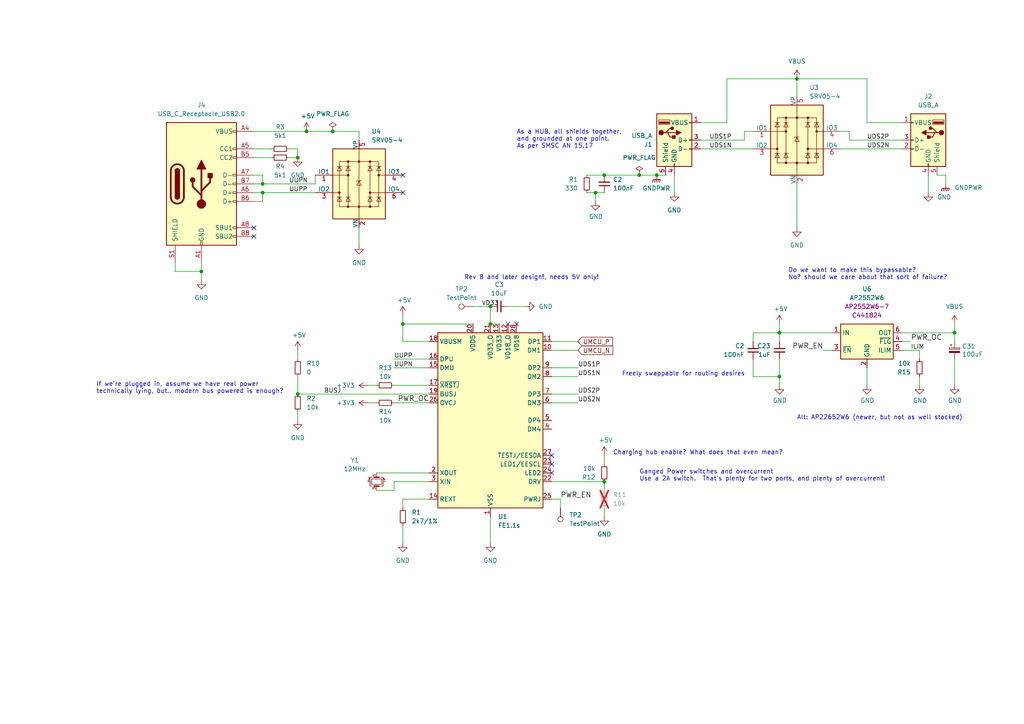
<source format=kicad_sch>
(kicad_sch (version 20230121) (generator eeschema)
  (paper "A4")
  (lib_symbols
    (symbol "Connector:TestPoint" (pin_numbers hide) (pin_names (offset 0.762) hide)
      (property "Reference" "TP" (at 0 6.858 0))
      (property "Value" "TestPoint" (at 0 5.08 0))
      (symbol "TestPoint_0_1"
        (circle (center 0 3.302) (radius 0.762))
      )
      (symbol "TestPoint_1_1"
        (pin passive line (at 0 0 90) (length 2.54) (name "1") (number "1"))
      )
    )
    (symbol "Connector:USB_A" (pin_names (offset 1.016))
      (property "Reference" "J" (at -5.08 11.43 0))
      (property "Value" "USB_A" (at -5.08 8.89 0))
      (symbol "USB_A_0_1"
        (rectangle (start -5.08 -7.62) (end 5.08 7.62) (stroke (width 0.254)) (fill (type background)))
        (circle (center -3.81 2.159) (radius 0.635) (stroke (width 0.254)) (fill (type outline)))
        (rectangle (start -1.524 4.826) (end -4.318 5.334) (fill (type outline)))
        (rectangle (start -1.27 4.572) (end -4.572 5.842))
        (circle (center -0.635 3.429) (radius 0.381) (stroke (width 0.254)) (fill (type outline)))
        (rectangle (start -0.127 -7.62) (end 0.127 -6.858))
        (polyline (pts (xy -3.175 2.159) (xy -2.54 2.159) (xy -1.27 3.429) (xy -0.635 3.429)) (stroke (width 0.254)))
        (polyline (pts (xy -2.54 2.159) (xy -1.905 2.159) (xy -1.27 0.889) (xy 0 0.889)) (stroke (width 0.254)))
        (polyline (pts (xy 0.635 2.794) (xy 0.635 1.524) (xy 1.905 2.159) (xy 0.635 2.794)) (stroke (width 0.254)) (fill (type outline)))
        (rectangle (start 0.254 1.27) (end -0.508 0.508) (stroke (width 0.254)) (fill (type outline)))
        (rectangle (start 5.08 -2.667) (end 4.318 -2.413))
        (rectangle (start 5.08 -0.127) (end 4.318 0.127))
        (rectangle (start 5.08 4.953) (end 4.318 5.207))
      )
      (symbol "USB_A_1_1"
        (polyline (pts (xy -1.905 2.159) (xy 0.635 2.159)) (stroke (width 0.254)))
        (pin power_in line (at 7.62 5.08 180) (length 2.54) (name "VBUS") (number "1"))
        (pin bidirectional line (at 7.62 -2.54 180) (length 2.54) (name "D-") (number "2"))
        (pin bidirectional line (at 7.62 0 180) (length 2.54) (name "D+") (number "3"))
        (pin power_in line (at 0 -10.16 90) (length 2.54) (name "GND") (number "4"))
        (pin passive line (at -2.54 -10.16 90) (length 2.54) (name "Shield") (number "5"))
      )
    )
    (symbol "Connector:USB_C_Receptacle_USB2.0" (pin_names (offset 1.016))
      (property "Reference" "J" (at -10.16 19.05 0))
      (property "Value" "USB_C_Receptacle_USB2.0" (at 19.05 19.05 0))
      (symbol "USB_C_Receptacle_USB2.0_0_0"
        (rectangle (start -0.254 -17.78) (end 0.254 -16.764))
        (rectangle (start 10.16 -14.986) (end 9.144 -15.494))
        (rectangle (start 10.16 -12.446) (end 9.144 -12.954))
        (rectangle (start 10.16 -4.826) (end 9.144 -5.334))
        (rectangle (start 10.16 -2.286) (end 9.144 -2.794))
        (rectangle (start 10.16 0.254) (end 9.144 -0.254))
        (rectangle (start 10.16 2.794) (end 9.144 2.286))
        (rectangle (start 10.16 7.874) (end 9.144 7.366))
        (rectangle (start 10.16 10.414) (end 9.144 9.906))
        (rectangle (start 10.16 15.494) (end 9.144 14.986))
      )
      (symbol "USB_C_Receptacle_USB2.0_0_1"
        (rectangle (start -10.16 17.78) (end 10.16 -17.78) (stroke (width 0.254)) (fill (type background)))
        (arc (start -8.89 -3.81) (mid -6.985 -5.7067) (end -5.08 -3.81) (stroke (width 0.508)))
        (arc (start -7.62 -3.81) (mid -6.985 -4.4423) (end -6.35 -3.81) (stroke (width 0.254)))
        (arc (start -7.62 -3.81) (mid -6.985 -4.4423) (end -6.35 -3.81) (stroke (width 0.254)) (fill (type outline)))
        (rectangle (start -7.62 -3.81) (end -6.35 3.81) (stroke (width 0.254)) (fill (type outline)))
        (arc (start -6.35 3.81) (mid -6.985 4.4423) (end -7.62 3.81) (stroke (width 0.254)))
        (arc (start -6.35 3.81) (mid -6.985 4.4423) (end -7.62 3.81) (stroke (width 0.254)) (fill (type outline)))
        (arc (start -5.08 3.81) (mid -6.985 5.7067) (end -8.89 3.81) (stroke (width 0.508)))
        (circle (center -2.54 1.143) (radius 0.635) (stroke (width 0.254)) (fill (type outline)))
        (circle (center 0 -5.842) (radius 1.27) (fill (type outline)))
        (polyline (pts (xy -8.89 -3.81) (xy -8.89 3.81)) (stroke (width 0.508)))
        (polyline (pts (xy -5.08 3.81) (xy -5.08 -3.81)) (stroke (width 0.508)))
        (polyline (pts (xy 0 -5.842) (xy 0 4.318)) (stroke (width 0.508)))
        (polyline (pts (xy 0 -3.302) (xy -2.54 -0.762) (xy -2.54 0.508)) (stroke (width 0.508)))
        (polyline (pts (xy 0 -2.032) (xy 2.54 0.508) (xy 2.54 1.778)) (stroke (width 0.508)))
        (polyline (pts (xy -1.27 4.318) (xy 0 6.858) (xy 1.27 4.318) (xy -1.27 4.318)) (stroke (width 0.254)) (fill (type outline)))
        (rectangle (start 1.905 1.778) (end 3.175 3.048) (stroke (width 0.254)) (fill (type outline)))
      )
      (symbol "USB_C_Receptacle_USB2.0_1_1"
        (pin passive line (at 0 -22.86 90) (length 5.08) (name "GND") (number "A1"))
        (pin passive line (at 0 -22.86 90) (length 5.08) hide (name "GND") (number "A12"))
        (pin passive line (at 15.24 15.24 180) (length 5.08) (name "VBUS") (number "A4"))
        (pin bidirectional line (at 15.24 10.16 180) (length 5.08) (name "CC1") (number "A5"))
        (pin bidirectional line (at 15.24 -2.54 180) (length 5.08) (name "D+") (number "A6"))
        (pin bidirectional line (at 15.24 2.54 180) (length 5.08) (name "D-") (number "A7"))
        (pin bidirectional line (at 15.24 -12.7 180) (length 5.08) (name "SBU1") (number "A8"))
        (pin passive line (at 15.24 15.24 180) (length 5.08) hide (name "VBUS") (number "A9"))
        (pin passive line (at 0 -22.86 90) (length 5.08) hide (name "GND") (number "B1"))
        (pin passive line (at 0 -22.86 90) (length 5.08) hide (name "GND") (number "B12"))
        (pin passive line (at 15.24 15.24 180) (length 5.08) hide (name "VBUS") (number "B4"))
        (pin bidirectional line (at 15.24 7.62 180) (length 5.08) (name "CC2") (number "B5"))
        (pin bidirectional line (at 15.24 -5.08 180) (length 5.08) (name "D+") (number "B6"))
        (pin bidirectional line (at 15.24 0 180) (length 5.08) (name "D-") (number "B7"))
        (pin bidirectional line (at 15.24 -15.24 180) (length 5.08) (name "SBU2") (number "B8"))
        (pin passive line (at 15.24 15.24 180) (length 5.08) hide (name "VBUS") (number "B9"))
        (pin passive line (at -7.62 -22.86 90) (length 5.08) (name "SHIELD") (number "S1"))
      )
    )
    (symbol "Device:C_Polarized_Small" (pin_numbers hide) (pin_names (offset 0.254) hide)
      (property "Reference" "C" (at 0.254 1.778 0))
      (property "Value" "C_Polarized_Small" (at 0.254 -2.032 0))
      (symbol "C_Polarized_Small_0_1"
        (rectangle (start -1.524 -0.3048) (end 1.524 -0.6858) (fill (type outline)))
        (rectangle (start -1.524 0.6858) (end 1.524 0.3048))
        (polyline (pts (xy -1.27 1.524) (xy -0.762 1.524)))
        (polyline (pts (xy -1.016 1.27) (xy -1.016 1.778)))
      )
      (symbol "C_Polarized_Small_1_1"
        (pin passive line (at 0 2.54 270) (length 1.8542) (name "~") (number "1"))
        (pin passive line (at 0 -2.54 90) (length 1.8542) (name "~") (number "2"))
      )
    )
    (symbol "Device:C_Small" (pin_numbers hide) (pin_names (offset 0.254) hide)
      (property "Reference" "C" (at 0.254 1.778 0))
      (property "Value" "C_Small" (at 0.254 -2.032 0))
      (symbol "C_Small_0_1"
        (polyline (pts (xy -1.524 -0.508) (xy 1.524 -0.508)) (stroke (width 0.3302)))
        (polyline (pts (xy -1.524 0.508) (xy 1.524 0.508)) (stroke (width 0.3048)))
      )
      (symbol "C_Small_1_1"
        (pin passive line (at 0 2.54 270) (length 2.032) (name "~") (number "1"))
        (pin passive line (at 0 -2.54 90) (length 2.032) (name "~") (number "2"))
      )
    )
    (symbol "Device:Crystal_GND24_Small" (pin_names (offset 1.016) hide)
      (property "Reference" "Y" (at 1.27 4.445 0))
      (property "Value" "Crystal_GND24_Small" (at 1.27 2.54 0))
      (symbol "Crystal_GND24_Small_0_1"
        (rectangle (start -0.762 -1.524) (end 0.762 1.524))
        (polyline (pts (xy -1.27 -0.762) (xy -1.27 0.762)) (stroke (width 0.381)))
        (polyline (pts (xy 1.27 -0.762) (xy 1.27 0.762)) (stroke (width 0.381)))
        (polyline (pts (xy -1.27 -1.27) (xy -1.27 -1.905) (xy 1.27 -1.905) (xy 1.27 -1.27)))
        (polyline (pts (xy -1.27 1.27) (xy -1.27 1.905) (xy 1.27 1.905) (xy 1.27 1.27)))
      )
      (symbol "Crystal_GND24_Small_1_1"
        (pin passive line (at -2.54 0 0) (length 1.27) (name "1") (number "1"))
        (pin passive line (at 0 -2.54 90) (length 0.635) (name "2") (number "2"))
        (pin passive line (at 2.54 0 180) (length 1.27) (name "3") (number "3"))
        (pin passive line (at 0 2.54 270) (length 0.635) (name "4") (number "4"))
      )
    )
    (symbol "Device:R_Small" (pin_numbers hide) (pin_names (offset 0.254) hide)
      (property "Reference" "R" (at 0.762 0.508 0))
      (property "Value" "R_Small" (at 0.762 -1.016 0))
      (symbol "R_Small_0_1"
        (rectangle (start -0.762 1.778) (end 0.762 -1.778) (stroke (width 0.2032)))
      )
      (symbol "R_Small_1_1"
        (pin passive line (at 0 2.54 270) (length 0.762) (name "~") (number "1"))
        (pin passive line (at 0 -2.54 90) (length 0.762) (name "~") (number "2"))
      )
    )
    (symbol "Interface_USB:FE1.1s"
      (property "Reference" "U" (at -11.43 26.67 0))
      (property "Value" "FE1.1s" (at 12.7 27.94 0))
      (symbol "FE1.1s_0_1"
        (rectangle (start -15.24 25.4) (end 15.24 -25.4) (stroke (width 0.254)) (fill (type background)))
      )
      (symbol "FE1.1s_1_1"
        (pin power_in line (at 0 -27.94 90) (length 2.54) (name "VSS") (number "1"))
        (pin bidirectional line (at 17.78 20.32 180) (length 2.54) (name "DM1") (number "10"))
        (pin bidirectional line (at 17.78 22.86 180) (length 2.54) (name "DP1") (number "11"))
        (pin power_out line (at 5.08 27.94 270) (length 2.54) (name "VD18_O") (number "12"))
        (pin power_in line (at 2.54 27.94 270) (length 2.54) (name "VD33") (number "13"))
        (pin passive line (at -17.78 -22.86 0) (length 2.54) (name "REXT") (number "14"))
        (pin bidirectional line (at -17.78 15.24 0) (length 2.54) (name "DMU") (number "15"))
        (pin bidirectional line (at -17.78 17.78 0) (length 2.54) (name "DPU") (number "16"))
        (pin input line (at -17.78 10.16 0) (length 2.54) (name "~{XRSTJ}") (number "17"))
        (pin input line (at -17.78 22.86 0) (length 2.54) (name "VBUSM") (number "18"))
        (pin input line (at -17.78 7.62 0) (length 2.54) (name "BUSJ") (number "19"))
        (pin output line (at -17.78 -15.24 0) (length 2.54) (name "XOUT") (number "2"))
        (pin power_in line (at -5.08 27.94 270) (length 2.54) (name "VDD5") (number "20"))
        (pin power_out line (at 0 27.94 270) (length 2.54) (name "VD33_O") (number "21"))
        (pin bidirectional line (at 17.78 -17.78 180) (length 2.54) (name "DRV") (number "22"))
        (pin bidirectional line (at 17.78 -12.7 180) (length 2.54) (name "LED1/EESCL") (number "23"))
        (pin bidirectional line (at 17.78 -15.24 180) (length 2.54) (name "LED2") (number "24"))
        (pin output line (at 17.78 -22.86 180) (length 2.54) (name "PWRJ") (number "25"))
        (pin input line (at -17.78 5.08 0) (length 2.54) (name "OVCJ") (number "26"))
        (pin bidirectional line (at 17.78 -10.16 180) (length 2.54) (name "TESTJ/EESDA") (number "27"))
        (pin power_in line (at 7.62 27.94 270) (length 2.54) (name "VD18") (number "28"))
        (pin input line (at -17.78 -17.78 0) (length 2.54) (name "XIN") (number "3"))
        (pin bidirectional line (at 17.78 -2.54 180) (length 2.54) (name "DM4") (number "4"))
        (pin bidirectional line (at 17.78 0 180) (length 2.54) (name "DP4") (number "5"))
        (pin bidirectional line (at 17.78 5.08 180) (length 2.54) (name "DM3") (number "6"))
        (pin bidirectional line (at 17.78 7.62 180) (length 2.54) (name "DP3") (number "7"))
        (pin bidirectional line (at 17.78 12.7 180) (length 2.54) (name "DM2") (number "8"))
        (pin bidirectional line (at 17.78 15.24 180) (length 2.54) (name "DP2") (number "9"))
      )
    )
    (symbol "Power_Protection:SRV05-4" (pin_names (offset 0))
      (property "Reference" "U" (at -5.08 11.43 0))
      (property "Value" "SRV05-4" (at 2.54 11.43 0))
      (symbol "SRV05-4_0_0"
        (rectangle (start -5.715 6.477) (end 5.715 -6.604))
        (polyline (pts (xy -3.175 -6.604) (xy -3.175 6.477)))
        (polyline (pts (xy 3.175 6.477) (xy 3.175 -6.604)))
      )
      (symbol "SRV05-4_0_1"
        (rectangle (start -7.62 10.16) (end 7.62 -10.16) (stroke (width 0.254)) (fill (type background)))
        (circle (center -5.715 -2.54) (radius 0.2794) (fill (type outline)))
        (circle (center -3.175 -6.604) (radius 0.2794) (fill (type outline)))
        (circle (center -3.175 2.54) (radius 0.2794) (fill (type outline)))
        (circle (center -3.175 6.477) (radius 0.2794) (fill (type outline)))
        (circle (center 0 -6.604) (radius 0.2794) (fill (type outline)))
        (polyline (pts (xy -7.747 2.54) (xy -3.175 2.54)))
        (polyline (pts (xy -7.62 -2.54) (xy -5.715 -2.54)))
        (polyline (pts (xy -5.08 -3.81) (xy -6.35 -3.81)))
        (polyline (pts (xy -5.08 5.08) (xy -6.35 5.08)))
        (polyline (pts (xy -2.54 -3.81) (xy -3.81 -3.81)))
        (polyline (pts (xy -2.54 5.08) (xy -3.81 5.08)))
        (polyline (pts (xy 0 10.16) (xy 0 -10.16)))
        (polyline (pts (xy 3.81 -3.81) (xy 2.54 -3.81)))
        (polyline (pts (xy 3.81 5.08) (xy 2.54 5.08)))
        (polyline (pts (xy 6.35 -3.81) (xy 5.08 -3.81)))
        (polyline (pts (xy 6.35 5.08) (xy 5.08 5.08)))
        (polyline (pts (xy 7.62 -2.54) (xy 3.175 -2.54)))
        (polyline (pts (xy 7.62 2.54) (xy 5.715 2.54)))
        (polyline (pts (xy 0.635 0.889) (xy -0.635 0.889) (xy -0.635 0.635)))
        (polyline (pts (xy -5.08 -5.08) (xy -6.35 -5.08) (xy -5.715 -3.81) (xy -5.08 -5.08)))
        (polyline (pts (xy -5.08 3.81) (xy -6.35 3.81) (xy -5.715 5.08) (xy -5.08 3.81)))
        (polyline (pts (xy -2.54 -5.08) (xy -3.81 -5.08) (xy -3.175 -3.81) (xy -2.54 -5.08)))
        (polyline (pts (xy -2.54 3.81) (xy -3.81 3.81) (xy -3.175 5.08) (xy -2.54 3.81)))
        (polyline (pts (xy 0.635 -0.381) (xy -0.635 -0.381) (xy 0 0.889) (xy 0.635 -0.381)))
        (polyline (pts (xy 3.81 -5.08) (xy 2.54 -5.08) (xy 3.175 -3.81) (xy 3.81 -5.08)))
        (polyline (pts (xy 3.81 3.81) (xy 2.54 3.81) (xy 3.175 5.08) (xy 3.81 3.81)))
        (polyline (pts (xy 6.35 -5.08) (xy 5.08 -5.08) (xy 5.715 -3.81) (xy 6.35 -5.08)))
        (polyline (pts (xy 6.35 3.81) (xy 5.08 3.81) (xy 5.715 5.08) (xy 6.35 3.81)))
        (circle (center 0 6.477) (radius 0.2794) (fill (type outline)))
        (circle (center 3.175 -6.604) (radius 0.2794) (fill (type outline)))
        (circle (center 3.175 -2.54) (radius 0.2794) (fill (type outline)))
        (circle (center 3.175 6.477) (radius 0.2794) (fill (type outline)))
        (circle (center 5.715 2.54) (radius 0.2794) (fill (type outline)))
      )
      (symbol "SRV05-4_1_1"
        (pin passive line (at -12.7 2.54 0) (length 5.08) (name "IO1") (number "1"))
        (pin passive line (at 0 -12.7 90) (length 2.54) (name "VN") (number "2"))
        (pin passive line (at -12.7 -2.54 0) (length 5.08) (name "IO2") (number "3"))
        (pin passive line (at 12.7 2.54 180) (length 5.08) (name "IO3") (number "4"))
        (pin passive line (at 0 12.7 270) (length 2.54) (name "VP") (number "5"))
        (pin passive line (at 12.7 -2.54 180) (length 5.08) (name "IO4") (number "6"))
      )
    )
    (symbol "karl-parts:AP2552W6"
      (property "Reference" "U" (at -7.62 -6.35 0))
      (property "Value" "AP2552W6" (at -7.62 6.35 0))
      (property "MPN" "AP2552W6-7" (at 0 0 0))
      (property "lcsc#" "C441824" (at 0 0 0))
      (symbol "AP2552W6_0_1"
        (rectangle (start -7.62 5.08) (end 7.62 -5.08) (stroke (width 0.254)) (fill (type background)))
      )
      (symbol "AP2552W6_1_0"
        (pin input line (at 10.16 -2.54 180) (length 2.54) (name "ILIM") (number "5"))
      )
      (symbol "AP2552W6_1_1"
        (pin power_in line (at -10.16 2.54 0) (length 2.54) (name "IN") (number "1"))
        (pin power_in line (at 0 -7.62 90) (length 2.54) (name "GND") (number "2"))
        (pin input line (at -10.16 -2.54 0) (length 2.54) (name "~{EN}") (number "3"))
        (pin open_collector line (at 10.16 0 180) (length 2.54) (name "~{FLG}") (number "4"))
        (pin power_out line (at 10.16 2.54 180) (length 2.54) (name "OUT") (number "6"))
      )
    )
    (symbol "power:+3V3" (power) (pin_names (offset 0))
      (property "Value" "+3V3" (at 0 3.556 0))
      (symbol "+3V3_0_1"
        (polyline (pts (xy -0.762 1.27) (xy 0 2.54)))
        (polyline (pts (xy 0 0) (xy 0 2.54)))
        (polyline (pts (xy 0 2.54) (xy 0.762 1.27)))
      )
      (symbol "+3V3_1_1"
        (pin power_in line (at 0 0 90) (length 0) hide (name "+3V3") (number "1"))
      )
    )
    (symbol "power:+5V" (power) (pin_names (offset 0))
      (property "Value" "+5V" (at 0 3.556 0))
      (symbol "+5V_0_1"
        (polyline (pts (xy -0.762 1.27) (xy 0 2.54)))
        (polyline (pts (xy 0 0) (xy 0 2.54)))
        (polyline (pts (xy 0 2.54) (xy 0.762 1.27)))
      )
      (symbol "+5V_1_1"
        (pin power_in line (at 0 0 90) (length 0) hide (name "+5V") (number "1"))
      )
    )
    (symbol "power:GND" (power) (pin_names (offset 0))
      (property "Value" "GND" (at 0 -3.81 0))
      (symbol "GND_0_1"
        (polyline (pts (xy 0 0) (xy 0 -1.27) (xy 1.27 -1.27) (xy 0 -2.54) (xy -1.27 -1.27) (xy 0 -1.27)))
      )
      (symbol "GND_1_1"
        (pin power_in line (at 0 0 270) (length 0) hide (name "GND") (number "1"))
      )
    )
    (symbol "power:GNDPWR" (power) (pin_names (offset 0))
      (property "Value" "GNDPWR" (at 0 -3.302 0))
      (symbol "GNDPWR_0_1"
        (polyline (pts (xy 0 -1.27) (xy 0 0)))
        (polyline (pts (xy -1.016 -1.27) (xy -1.27 -2.032) (xy -1.27 -2.032)) (stroke (width 0.2032)))
        (polyline (pts (xy -0.508 -1.27) (xy -0.762 -2.032) (xy -0.762 -2.032)) (stroke (width 0.2032)))
        (polyline (pts (xy 0 -1.27) (xy -0.254 -2.032) (xy -0.254 -2.032)) (stroke (width 0.2032)))
        (polyline (pts (xy 0.508 -1.27) (xy 0.254 -2.032) (xy 0.254 -2.032)) (stroke (width 0.2032)))
        (polyline (pts (xy 1.016 -1.27) (xy -1.016 -1.27) (xy -1.016 -1.27)) (stroke (width 0.2032)))
        (polyline (pts (xy 1.016 -1.27) (xy 0.762 -2.032) (xy 0.762 -2.032) (xy 0.762 -2.032)) (stroke (width 0.2032)))
      )
      (symbol "GNDPWR_1_1"
        (pin power_in line (at 0 0 270) (length 0) hide (name "GNDPWR") (number "1"))
      )
    )
    (symbol "power:PWR_FLAG" (power) (pin_numbers hide) (pin_names (offset 0) hide)
      (property "Value" "PWR_FLAG" (at 0 3.81 0))
      (symbol "PWR_FLAG_0_0"
        (pin power_out line (at 0 0 90) (length 0) (name "pwr") (number "1"))
      )
      (symbol "PWR_FLAG_0_1"
        (polyline (pts (xy 0 0) (xy 0 1.27) (xy -1.016 1.905) (xy 0 2.54) (xy 1.016 1.905) (xy 0 1.27)))
      )
    )
    (symbol "power:VBUS" (power) (pin_names (offset 0))
      (property "Value" "VBUS" (at 0 3.81 0))
      (symbol "VBUS_0_1"
        (polyline (pts (xy -0.762 1.27) (xy 0 2.54)))
        (polyline (pts (xy 0 0) (xy 0 2.54)))
        (polyline (pts (xy 0 2.54) (xy 0.762 1.27)))
      )
      (symbol "VBUS_1_1"
        (pin power_in line (at 0 0 90) (length 0) hide (name "VBUS") (number "1"))
      )
    )
  )
  (junction (at 86.36 45.72))
  (junction (at 175.26 50.8))
  (junction (at 142.24 93.98))
  (junction (at 231.14 22.86))
  (junction (at 76.2 53.34))
  (junction (at 86.36 114.3))
  (junction (at 76.2 55.88))
  (junction (at 276.86 96.52))
  (junction (at 175.26 139.7))
  (junction (at 226.06 109.22))
  (junction (at 190.5 50.8))
  (junction (at 226.06 96.52))
  (junction (at 96.52 38.1))
  (junction (at 88.9 38.1))
  (junction (at 172.72 55.88))
  (junction (at 142.24 88.9))
  (junction (at 58.42 78.74))
  (junction (at 116.84 93.98))
  (junction (at 185.42 50.8))
  (no_connect (at 147.32 93.98))
  (no_connect (at 160.02 137.16))
  (no_connect (at 73.66 68.58))
  (no_connect (at 116.84 50.8))
  (no_connect (at 160.02 132.08))
  (no_connect (at 149.86 93.98))
  (no_connect (at 160.02 134.62))
  (no_connect (at 73.66 66.04))
  (no_connect (at 116.84 55.88))
  (wire (pts (xy 114.3 104.14) (xy 124.46 104.14)))
  (wire (pts (xy 218.44 104.14) (xy 218.44 109.22)))
  (wire (pts (xy 231.14 53.34) (xy 231.14 66.04)))
  (wire (pts (xy 86.36 114.3) (xy 124.46 114.3)))
  (wire (pts (xy 73.66 45.72) (xy 78.74 45.72)))
  (wire (pts (xy 160.02 116.84) (xy 167.64 116.84)))
  (wire (pts (xy 91.44 50.8) (xy 91.44 53.34)))
  (wire (pts (xy 231.14 22.86) (xy 231.14 27.94)))
  (wire (pts (xy 160.02 101.6) (xy 167.64 101.6)))
  (wire (pts (xy 261.62 96.52) (xy 276.86 96.52)))
  (wire (pts (xy 246.38 40.64) (xy 246.38 38.1)))
  (wire (pts (xy 73.66 58.42) (xy 76.2 58.42)))
  (wire (pts (xy 73.66 38.1) (xy 88.9 38.1)))
  (wire (pts (xy 104.14 40.64) (xy 104.14 38.1)))
  (wire (pts (xy 114.3 139.7) (xy 114.3 142.24)))
  (wire (pts (xy 83.82 45.72) (xy 86.36 45.72)))
  (wire (pts (xy 261.62 35.56) (xy 251.46 35.56)))
  (wire (pts (xy 274.32 53.34) (xy 274.32 50.8)))
  (wire (pts (xy 251.46 35.56) (xy 251.46 22.86)))
  (wire (pts (xy 261.62 101.6) (xy 266.7 101.6)))
  (wire (pts (xy 170.18 55.88) (xy 172.72 55.88)))
  (wire (pts (xy 73.66 43.18) (xy 78.74 43.18)))
  (wire (pts (xy 175.26 139.7) (xy 175.26 142.24)))
  (wire (pts (xy 203.2 43.18) (xy 218.44 43.18)))
  (wire (pts (xy 276.86 93.98) (xy 276.86 96.52)))
  (wire (pts (xy 175.26 50.8) (xy 185.42 50.8)))
  (wire (pts (xy 116.84 152.4) (xy 116.84 157.48)))
  (wire (pts (xy 124.46 139.7) (xy 114.3 139.7)))
  (wire (pts (xy 88.9 38.1) (xy 96.52 38.1)))
  (wire (pts (xy 203.2 40.64) (xy 215.9 40.64)))
  (wire (pts (xy 218.44 96.52) (xy 226.06 96.52)))
  (wire (pts (xy 104.14 66.04) (xy 104.14 71.12)))
  (wire (pts (xy 226.06 96.52) (xy 226.06 99.06)))
  (wire (pts (xy 160.02 114.3) (xy 167.64 114.3)))
  (wire (pts (xy 261.62 40.64) (xy 246.38 40.64)))
  (wire (pts (xy 170.18 50.8) (xy 175.26 50.8)))
  (wire (pts (xy 76.2 50.8) (xy 76.2 53.34)))
  (wire (pts (xy 76.2 53.34) (xy 91.44 53.34)))
  (wire (pts (xy 160.02 106.68) (xy 167.64 106.68)))
  (wire (pts (xy 266.7 109.22) (xy 266.7 111.76)))
  (wire (pts (xy 86.36 119.38) (xy 86.36 121.92)))
  (wire (pts (xy 76.2 58.42) (xy 76.2 55.88)))
  (wire (pts (xy 116.84 91.44) (xy 116.84 93.98)))
  (wire (pts (xy 137.16 88.9) (xy 142.24 88.9)))
  (wire (pts (xy 226.06 104.14) (xy 226.06 109.22)))
  (wire (pts (xy 160.02 144.78) (xy 162.56 144.78)))
  (wire (pts (xy 50.8 76.2) (xy 50.8 78.74)))
  (wire (pts (xy 160.02 139.7) (xy 175.26 139.7)))
  (wire (pts (xy 73.66 53.34) (xy 76.2 53.34)))
  (wire (pts (xy 185.42 50.8) (xy 190.5 50.8)))
  (wire (pts (xy 190.5 50.8) (xy 193.04 50.8)))
  (wire (pts (xy 73.66 55.88) (xy 76.2 55.88)))
  (wire (pts (xy 109.22 142.24) (xy 114.3 142.24)))
  (wire (pts (xy 175.26 134.62) (xy 175.26 132.08)))
  (wire (pts (xy 116.84 99.06) (xy 116.84 93.98)))
  (wire (pts (xy 215.9 38.1) (xy 218.44 38.1)))
  (wire (pts (xy 210.82 35.56) (xy 210.82 22.86)))
  (wire (pts (xy 218.44 109.22) (xy 226.06 109.22)))
  (wire (pts (xy 215.9 40.64) (xy 215.9 38.1)))
  (wire (pts (xy 218.44 99.06) (xy 218.44 96.52)))
  (wire (pts (xy 269.24 50.8) (xy 269.24 55.88)))
  (wire (pts (xy 109.22 111.76) (xy 106.68 111.76)))
  (wire (pts (xy 276.86 99.06) (xy 276.86 96.52)))
  (wire (pts (xy 147.32 88.9) (xy 152.4 88.9)))
  (wire (pts (xy 276.86 104.14) (xy 276.86 111.76)))
  (wire (pts (xy 160.02 109.22) (xy 167.64 109.22)))
  (wire (pts (xy 96.52 38.1) (xy 104.14 38.1)))
  (wire (pts (xy 86.36 45.72) (xy 86.36 43.18)))
  (wire (pts (xy 251.46 111.76) (xy 251.46 106.68)))
  (wire (pts (xy 195.58 50.8) (xy 195.58 55.88)))
  (wire (pts (xy 226.06 93.98) (xy 226.06 96.52)))
  (wire (pts (xy 116.84 144.78) (xy 116.84 147.32)))
  (wire (pts (xy 243.84 43.18) (xy 261.62 43.18)))
  (wire (pts (xy 175.26 147.32) (xy 175.26 149.86)))
  (wire (pts (xy 124.46 144.78) (xy 116.84 144.78)))
  (wire (pts (xy 73.66 50.8) (xy 76.2 50.8)))
  (wire (pts (xy 86.36 101.6) (xy 86.36 104.14)))
  (wire (pts (xy 203.2 35.56) (xy 210.82 35.56)))
  (wire (pts (xy 142.24 93.98) (xy 144.78 93.98)))
  (wire (pts (xy 241.3 101.6) (xy 238.76 101.6)))
  (wire (pts (xy 109.22 137.16) (xy 124.46 137.16)))
  (wire (pts (xy 76.2 55.88) (xy 91.44 55.88)))
  (wire (pts (xy 116.84 93.98) (xy 137.16 93.98)))
  (wire (pts (xy 264.16 99.06) (xy 261.62 99.06)))
  (wire (pts (xy 86.36 109.22) (xy 86.36 114.3)))
  (wire (pts (xy 114.3 106.68) (xy 124.46 106.68)))
  (wire (pts (xy 50.8 78.74) (xy 58.42 78.74)))
  (wire (pts (xy 226.06 96.52) (xy 241.3 96.52)))
  (wire (pts (xy 114.3 111.76) (xy 124.46 111.76)))
  (wire (pts (xy 266.7 101.6) (xy 266.7 104.14)))
  (wire (pts (xy 142.24 149.86) (xy 142.24 157.48)))
  (wire (pts (xy 274.32 50.8) (xy 271.78 50.8)))
  (wire (pts (xy 172.72 55.88) (xy 175.26 55.88)))
  (wire (pts (xy 106.68 116.84) (xy 109.22 116.84)))
  (wire (pts (xy 58.42 78.74) (xy 58.42 81.28)))
  (wire (pts (xy 172.72 55.88) (xy 172.72 58.42)))
  (wire (pts (xy 162.56 144.78) (xy 162.56 147.32)))
  (wire (pts (xy 142.24 88.9) (xy 142.24 93.98)))
  (wire (pts (xy 86.36 43.18) (xy 83.82 43.18)))
  (wire (pts (xy 160.02 99.06) (xy 167.64 99.06)))
  (wire (pts (xy 124.46 99.06) (xy 116.84 99.06)))
  (wire (pts (xy 58.42 76.2) (xy 58.42 78.74)))
  (wire (pts (xy 251.46 22.86) (xy 231.14 22.86)))
  (wire (pts (xy 246.38 38.1) (xy 243.84 38.1)))
  (wire (pts (xy 226.06 109.22) (xy 226.06 111.76)))
  (wire (pts (xy 114.3 116.84) (xy 124.46 116.84)))
  (wire (pts (xy 210.82 22.86) (xy 231.14 22.86)))
  (text "Ganged Power switches and overcurrent\nUse a 2A switch.  That's plenty for two ports, and plenty of overcurrent!" (at 185.42 139.7 0) (effects (font (size 1.27 1.27)) (justify left bottom)))
  (text "Alt: AP22652W6 (newer, but not as well stocked)" (at 231.14 121.92 0) (effects (font (size 1.27 1.27)) (justify left bottom)))
  (text "Freely swappable for routing desires" (at 180.34 109.22 0) (effects (font (size 1.27 1.27)) (justify left bottom)))
  (text "As a HUB, all shields together,\nand grounded at one point.\nAs per SMSC AN 15.17 " (at 149.86 43.18 0) (effects (font (size 1.27 1.27)) (justify left bottom)))
  (text "Do we want to make this bypassable?\nNo? should we care about that sort of failure?" (at 228.6 81.28 0) (effects (font (size 1.27 1.27)) (justify left bottom)))
  (text "If we're plugged in, assume we have real power\ntechnically lying, but.. modern bus powered is enough?" (at 27.94 114.3 0) (effects (font (size 1.27 1.27)) (justify left bottom)))
  (text "Rev B and later design!, needs 5V only!" (at 134.62 81.28 0) (effects (font (size 1.27 1.27)) (justify left bottom)))
  (text "Charging hub enable? What does that even mean?" (at 177.8 132.08 0) (effects (font (size 1.27 1.27)) (justify left bottom)))
  (label "PWR_OC" (at 264.16 99.06 0) (effects (font (size 1.4986 1.4986))))
  (label "UDS2P" (at 251.46 40.64 0))
  (label "PWR_EN" (at 238.76 101.6 180) (effects (font (size 1.4986 1.4986))))
  (label "UDS1P" (at 205.74 40.64 0))
  (label "PWR_EN" (at 162.56 144.78 0) (effects (font (size 1.4986 1.4986))))
  (label "UDS2P" (at 167.64 114.3 0))
  (label "UDS2N" (at 167.64 116.84 0))
  (label "UUPN" (at 83.82 53.34 0))
  (label "UUPP" (at 114.3 104.14 0))
  (label "UUPN" (at 114.3 106.68 0))
  (label "BUSJ" (at 93.98 114.3 0))
  (label "UDS2N" (at 251.46 43.18 0))
  (label "UDS1N" (at 205.74 43.18 0))
  (label "PWR_OC" (at 124.46 116.84 180) (effects (font (size 1.4986 1.4986))))
  (label "UUPP" (at 83.82 55.88 0))
  (label "UDS1N" (at 167.64 109.22 0))
  (label "UDS1P" (at 167.64 106.68 0))
  (label "VD33" (at 139.7 88.9 0))
  (label "ILIM" (at 264.16 101.6 0))
  (global_label "UMCU_P" (shape input) (at 167.64 99.06 0) (property "Intersheetrefs" "${INTERSHEET_REFS}" (effects hide)))
  (global_label "UMCU_N" (shape input) (at 167.64 101.6 0) (property "Intersheetrefs" "${INTERSHEET_REFS}" (effects hide)))
  (symbol (lib_id "Device:R_Small") (at 170.18 53.34 180) (unit 1)
    (property "Reference" "R1" (at 167.64 52.07 0) (effects (justify left)))
    (property "Value" "330" (at 167.64 54.61 0) (effects (justify left)))
    (property "Footprint" "Resistor_SMD:R_0603_1608Metric" (effects hide))
    (property "MPN" "0603WAF3300T5E" (effects hide))
    (property "jlc-basic" "1" (effects hide))
    (property "lcsc#" "C23138" (effects hide))
    (instances (project "r2022-12" (path "" (reference "R1") (unit 1))) (project "das-kb4-bara2" (path "" (reference "R9") (unit 1))))
  )
  (symbol (lib_id "power:GND") (at 251.46 111.76 0) (unit 1)
    (property "Reference" "#PWR054" (effects hide))
    (property "Value" "GND" (at 251.587 116.1542 0))
    (instances (project "r2022-12" (path "" (reference "#PWR054") (unit 1))) (project "das-kb4-bara2" (path "" (reference "#PWR024") (unit 1))))
  )
  (symbol (lib_id "Power_Protection:SRV05-4") (at 104.14 53.34 0) (unit 1)
    (property "Reference" "U4" (at 107.7661 38.1 0) (effects (justify left)))
    (property "Value" "SRV05-4" (at 107.7661 40.64 0) (effects (justify left)))
    (property "Footprint" "Package_TO_SOT_SMD:SOT-23-6" (effects hide))
    (property "Datasheet" "http://www.onsemi.com/pub/Collateral/SRV05-4-D.PDF" (effects hide))
    (property "lcsc#" "C7420376" (effects hide))
    (property "jlc-basic" "1" (effects hide))
    (property "lcsc2#" "C85364" (effects hide))
  )
  (symbol (lib_id "Connector:USB_C_Receptacle_USB2.0") (at 58.42 53.34 0) (unit 1)
    (property "Reference" "J4" (at 58.42 30.48 0))
    (property "Value" "USB_C_Receptacle_USB2.0" (at 58.42 33.02 0))
    (property "Footprint" "Connector_USB:USB_C_Receptacle_G-Switch_GT-USB-7010ASV" (effects hide))
    (property "Datasheet" "https://www.usb.org/sites/default/files/documents/usb_type-c.zip" (effects hide))
    (property "lcsc#" "C2927038" (effects hide))
    (property "MPN" "USB-TYPE-C-018" (effects hide))
    (property "jlc-basic" "0" (effects hide))
  )
  (symbol (lib_id "power:+5V") (at 88.9 38.1 0) (unit 1)
    (property "Reference" "#PWR043" (effects hide))
    (property "Value" "+5V" (at 89.281 33.7058 0))
    (instances (project "r2022-12" (path "" (reference "#PWR043") (unit 1))) (project "das-kb4-bara2" (path "" (reference "#PWR022") (unit 1))))
  )
  (symbol (lib_id "Connector:USB_A") (at 269.24 40.64 0) (mirror y) (unit 1)
    (property "Reference" "J2" (at 269.24 27.94 0))
    (property "Value" "USB_A" (at 269.24 30.48 0))
    (property "Footprint" "Connector_USB:USB_A_Stewart_SS-52100-001_Horizontal" (effects hide))
    (property "Datasheet" " ~" (effects hide))
    (property "lcsc#" "C42643" (effects hide))
    (property "MPN" "902-141A1011D10100" (effects hide))
    (property "jlc-basic" "0" (effects hide))
  )
  (symbol (lib_id "power:+3V3") (at 106.68 111.76 90) (unit 1)
    (property "Reference" "#PWR031" (effects hide))
    (property "Value" "+3V3" (at 102.87 111.76 90) (effects (justify left)))
  )
  (symbol (lib_id "power:PWR_FLAG") (at 96.52 38.1 0) (unit 1)
    (property "Reference" "#FLG01" (effects hide))
    (property "Value" "PWR_FLAG" (at 96.52 33.02 0))
  )
  (symbol (lib_id "power:PWR_FLAG") (at 185.42 50.8 0) (unit 1)
    (property "Reference" "#FLG02" (effects hide))
    (property "Value" "PWR_FLAG" (at 185.42 45.72 0))
  )
  (symbol (lib_id "Device:R_Small") (at 116.84 149.86 0) (unit 1)
    (property "Reference" "R1" (at 119.38 148.59 0) (effects (justify left)))
    (property "Value" "2k7/1%" (at 119.38 151.13 0) (effects (justify left)))
    (property "Footprint" "Resistor_SMD:R_0603_1608Metric" (effects hide))
    (property "lcsc#" "C13167" (effects hide))
    (property "MPN" "0603WAF2701T5E" (effects hide))
    (property "jlc-basic" "1" (effects hide))
  )
  (symbol (lib_id "Device:R_Small") (at 266.7 106.68 0) (unit 1)
    (property "Reference" "R15" (at 264.16 107.95 0) (effects (justify right)))
    (property "Value" "10k" (at 264.16 105.41 0) (effects (justify right)))
    (property "Footprint" "Resistor_SMD:R_0603_1608Metric" (effects hide))
    (property "lcsc#" "C25804" (effects hide))
    (property "MPN" "0603WAF1002T5E" (effects hide))
    (property "jlc-basic" "1" (effects hide))
  )
  (symbol (lib_id "Device:R_Small") (at 81.28 43.18 90) (unit 1)
    (property "Reference" "R3" (at 81.28 36.83 90))
    (property "Value" "5k1" (at 81.28 39.37 90))
    (property "Footprint" "Resistor_SMD:R_0603_1608Metric" (effects hide))
    (property "lcsc#" "C23186" (effects hide))
    (property "MPN" "0603WAF5101T5E" (effects hide))
    (property "jlc-basic" "1" (effects hide))
  )
  (symbol (lib_id "power:GND") (at 226.06 111.76 0) (unit 1)
    (property "Reference" "#PWR044" (effects hide))
    (property "Value" "GND" (at 226.187 116.1542 0))
    (instances (project "r2022-12" (path "" (reference "#PWR044") (unit 1))) (project "das-kb4-bara2" (path "" (reference "#PWR023") (unit 1))))
  )
  (symbol (lib_id "power:GNDPWR") (at 274.32 53.34 0) (unit 1)
    (property "Reference" "#PWR09" (effects hide))
    (property "Value" "GNDPWR" (at 276.86 54.4068 0) (effects (justify left)))
    (instances (project "r2022-12" (path "" (reference "#PWR09") (unit 1))) (project "das-kb4-bara2" (path "" (reference "#PWR021") (unit 1))))
  )
  (symbol (lib_id "power:GND") (at 266.7 111.76 0) (unit 1)
    (property "Reference" "#PWR054" (effects hide))
    (property "Value" "GND" (at 266.827 116.1542 0))
    (instances (project "r2022-12" (path "" (reference "#PWR054") (unit 1))) (project "das-kb4-bara2" (path "" (reference "#PWR032") (unit 1))))
  )
  (symbol (lib_id "power:+5V") (at 226.06 93.98 0) (unit 1)
    (property "Reference" "#PWR043" (effects hide))
    (property "Value" "+5V" (at 226.441 89.5858 0))
    (instances (project "r2022-12" (path "" (reference "#PWR043") (unit 1))) (project "das-kb4-bara2" (path "" (reference "#PWR027") (unit 1))))
  )
  (symbol (lib_id "Device:R_Small") (at 86.36 116.84 0) (unit 1)
    (property "Reference" "R2" (at 88.9 115.57 0) (effects (justify left)))
    (property "Value" "10k" (at 88.9 118.11 0) (effects (justify left)))
    (property "Footprint" "Resistor_SMD:R_0603_1608Metric" (effects hide))
    (property "lcsc#" "C25804" (effects hide))
    (property "MPN" "0603WAF1002T5E" (effects hide))
    (property "jlc-basic" "1" (effects hide))
  )
  (symbol (lib_id "power:GND") (at 86.36 45.72 0) (unit 1)
    (property "Reference" "#PWR014" (effects hide))
    (property "Value" "GND" (at 86.36 50.8 0))
  )
  (symbol (lib_id "Device:R_Small") (at 111.76 111.76 90) (unit 1)
    (property "Reference" "R13" (at 111.76 106.68 90))
    (property "Value" "10k" (at 111.76 109.22 90))
    (property "Footprint" "Resistor_SMD:R_0603_1608Metric" (effects hide))
    (property "lcsc#" "C25804" (effects hide))
    (property "MPN" "0603WAF1002T5E" (effects hide))
    (property "jlc-basic" "1" (effects hide))
  )
  (symbol (lib_id "power:+5V") (at 116.84 91.44 0) (unit 1)
    (property "Reference" "#PWR043" (effects hide))
    (property "Value" "+5V" (at 117.221 87.0458 0))
    (instances (project "r2022-12" (path "" (reference "#PWR043") (unit 1))) (project "das-kb4-bara2" (path "" (reference "#PWR026") (unit 1))))
  )
  (symbol (lib_id "power:+3V3") (at 106.68 116.84 90) (unit 1)
    (property "Reference" "#PWR02" (effects hide))
    (property "Value" "+3V3" (at 102.87 116.84 90) (effects (justify left)))
  )
  (symbol (lib_id "power:GND") (at 58.42 81.28 0) (unit 1)
    (property "Reference" "#PWR012" (effects hide))
    (property "Value" "GND" (at 58.42 86.36 0))
  )
  (symbol (lib_id "Connector:TestPoint") (at 137.16 88.9 90) (unit 1)
    (property "Reference" "TP2" (at 133.858 83.82 90))
    (property "Value" "TestPoint" (at 133.858 86.36 90))
    (property "Footprint" "TestPoint:TestPoint_THTPad_D1.5mm_Drill0.7mm" (effects hide))
    (instances (project "das-kb4-bara2" (path "" (reference "TP2") (unit 1)) (path "" (reference "TP4") (unit 1))))
  )
  (symbol (lib_id "Connector:TestPoint") (at 162.56 147.32 180) (unit 1)
    (property "Reference" "TP2" (at 165.1 149.352 0) (effects (justify right)))
    (property "Value" "TestPoint" (at 165.1 151.892 0) (effects (justify right)))
    (property "Footprint" "TestPoint:TestPoint_THTPad_D1.5mm_Drill0.7mm" (effects hide))
    (instances (project "das-kb4-bara2" (path "" (reference "TP2") (unit 1)) (path "" (reference "TP5") (unit 1))))
  )
  (symbol (lib_id "power:GNDPWR") (at 190.5 50.8 0) (unit 1)
    (property "Reference" "#PWR09" (effects hide))
    (property "Value" "GNDPWR" (at 190.373 54.61 0))
    (instances (project "r2022-12" (path "" (reference "#PWR09") (unit 1))) (project "das-kb4-bara2" (path "" (reference "#PWR020") (unit 1))))
  )
  (symbol (lib_id "power:GND") (at 104.14 71.12 0) (unit 1)
    (property "Reference" "#PWR013" (effects hide))
    (property "Value" "GND" (at 104.14 76.2 0))
  )
  (symbol (lib_id "Device:C_Small") (at 144.78 88.9 90) (unit 1)
    (property "Reference" "C3" (at 144.7863 82.55 90))
    (property "Value" "10uF" (at 144.7863 85.09 90))
    (property "Footprint" "Capacitor_SMD:C_0805_2012Metric" (effects hide))
    (property "lcsc#" "C15850" (effects hide))
    (property "MPN" "CL21A106KAYNNNE" (effects hide))
    (property "jlc-basic" "1" (effects hide))
  )
  (symbol (lib_id "power:GND") (at 116.84 157.48 0) (unit 1)
    (property "Reference" "#PWR015" (effects hide))
    (property "Value" "GND" (at 116.84 162.56 0))
  )
  (symbol (lib_id "power:GND") (at 276.86 111.76 0) (unit 1)
    (property "Reference" "#PWR062" (effects hide))
    (property "Value" "GND" (at 276.987 116.1542 0))
    (instances (project "r2022-12" (path "" (reference "#PWR062") (unit 1))) (project "das-kb4-bara2" (path "" (reference "#PWR025") (unit 1))))
  )
  (symbol (lib_id "power:GND") (at 195.58 55.88 0) (unit 1)
    (property "Reference" "#PWR011" (effects hide))
    (property "Value" "GND" (at 195.58 60.96 0))
  )
  (symbol (lib_id "power:GND") (at 231.14 66.04 0) (unit 1)
    (property "Reference" "#PWR08" (effects hide))
    (property "Value" "GND" (at 231.14 71.12 0))
  )
  (symbol (lib_id "Device:C_Small") (at 175.26 53.34 180) (unit 1)
    (property "Reference" "C2" (at 177.8 52.0636 0) (effects (justify right)))
    (property "Value" "100nF" (at 177.8 54.6036 0) (effects (justify right)))
    (property "Footprint" "Capacitor_SMD:C_0603_1608Metric" (effects hide))
    (property "MPN" "CC0603KRX7R9BB104 " (effects hide))
    (property "lcsc#" "C14663" (effects hide))
    (property "jlc-basic" "1" (effects hide))
    (instances (project "r2022-12" (path "" (reference "C2") (unit 1))) (project "das-kb4-bara2" (path "" (reference "C9") (unit 1))))
  )
  (symbol (lib_id "Device:C_Small") (at 218.44 101.6 180) (unit 1)
    (property "Reference" "C2" (at 215.9 100.3236 0) (effects (justify left)))
    (property "Value" "100nF" (at 215.9 102.8636 0) (effects (justify left)))
    (property "Footprint" "Capacitor_SMD:C_0603_1608Metric" (effects hide))
    (property "MPN" "CC0603KRX7R9BB104 " (effects hide))
    (property "lcsc#" "C14663" (effects hide))
    (property "jlc-basic" "1" (effects hide))
    (instances (project "r2022-12" (path "" (reference "C2") (unit 1))) (project "das-kb4-bara2" (path "" (reference "C1") (unit 1))))
  )
  (symbol (lib_id "Device:R_Small") (at 175.26 144.78 180) (unit 1) (dnp yes)
    (property "Reference" "R11" (at 177.8 143.51 0) (effects (justify right)))
    (property "Value" "10k" (at 177.8 146.05 0) (effects (justify right)))
    (property "Footprint" "Resistor_SMD:R_0603_1608Metric" (effects hide))
    (property "lcsc#" "C25804" (effects hide))
    (property "MPN" "0603WAF1002T5E" (effects hide))
    (property "jlc-basic" "1" (effects hide))
  )
  (symbol (lib_id "power:GND") (at 172.72 58.42 0) (unit 1)
    (property "Reference" "#PWR06" (effects hide))
    (property "Value" "GND" (at 172.847 62.8142 0))
    (instances (project "r2022-12" (path "" (reference "#PWR06") (unit 1))) (project "das-kb4-bara2" (path "" (reference "#PWR019") (unit 1))))
  )
  (symbol (lib_id "power:GND") (at 86.36 121.92 0) (unit 1)
    (property "Reference" "#PWR01" (effects hide))
    (property "Value" "GND" (at 86.36 127 0))
  )
  (symbol (lib_id "Device:R_Small") (at 175.26 137.16 0) (unit 1)
    (property "Reference" "R12" (at 172.72 138.43 0) (effects (justify right)))
    (property "Value" "10k" (at 172.72 135.89 0) (effects (justify right)))
    (property "Footprint" "Resistor_SMD:R_0603_1608Metric" (effects hide))
    (property "lcsc#" "C25804" (effects hide))
    (property "MPN" "0603WAF1002T5E" (effects hide))
    (property "jlc-basic" "1" (effects hide))
  )
  (symbol (lib_id "Power_Protection:SRV05-4") (at 231.14 40.64 0) (unit 1)
    (property "Reference" "U3" (at 234.7661 25.4 0) (effects (justify left)))
    (property "Value" "SRV05-4" (at 234.7661 27.94 0) (effects (justify left)))
    (property "Footprint" "Package_TO_SOT_SMD:SOT-23-6" (effects hide))
    (property "Datasheet" "http://www.onsemi.com/pub/Collateral/SRV05-4-D.PDF" (effects hide))
    (property "lcsc#" "C7420376" (effects hide))
    (property "jlc-basic" "1" (effects hide))
    (property "lcsc2#" "C85364" (effects hide))
  )
  (symbol (lib_id "Device:Crystal_GND24_Small") (at 109.22 139.7 270) (unit 1)
    (property "Reference" "Y1" (at 102.87 133.4703 90))
    (property "Value" "12MHz" (at 102.87 136.0103 90))
    (property "Footprint" "Crystal:Crystal_SMD_3225-4Pin_3.2x2.5mm" (effects hide))
    (property "lcsc#" "C9002" (effects hide))
    (property "jlc-basic" "1" (effects hide))
  )
  (symbol (lib_id "power:VBUS") (at 231.14 22.86 0) (unit 1)
    (property "Reference" "#PWR04" (effects hide))
    (property "Value" "VBUS" (at 231.14 17.78 0))
  )
  (symbol (lib_id "power:GND") (at 175.26 149.86 0) (unit 1)
    (property "Reference" "#PWR030" (effects hide))
    (property "Value" "GND" (at 175.26 154.94 0))
  )
  (symbol (lib_id "Interface_USB:FE1.1s") (at 142.24 121.92 0) (unit 1)
    (property "Reference" "U1" (at 144.4341 149.86 0) (effects (justify left)))
    (property "Value" "FE1.1s" (at 144.4341 152.4 0) (effects (justify left)))
    (property "Footprint" "Package_SO:SSOP-28_3.9x9.9mm_P0.635mm" (effects hide))
    (property "Datasheet" "https://cdn-shop.adafruit.com/product-files/2991/FE1.1s+Data+Sheet+(Rev.+1.0).pdf" (effects hide))
    (property "lcsc#" "C6706491" (effects hide))
    (property "jlc-basic" "0" (effects hide))
  )
  (symbol (lib_id "power:GND") (at 142.24 157.48 0) (unit 1)
    (property "Reference" "#PWR03" (effects hide))
    (property "Value" "GND" (at 142.24 162.56 0))
  )
  (symbol (lib_id "Connector:USB_A") (at 195.58 40.64 0) (unit 1)
    (property "Reference" "J1" (at 189.23 41.91 0) (effects (justify right)))
    (property "Value" "USB_A" (at 189.23 39.37 0) (effects (justify right)))
    (property "Footprint" "Connector_USB:USB_A_Stewart_SS-52100-001_Horizontal" (effects hide))
    (property "Datasheet" " ~" (effects hide))
    (property "lcsc#" "C42643" (effects hide))
    (property "MPN" "902-141A1011D10100" (effects hide))
    (property "jlc-basic" "0" (effects hide))
  )
  (symbol (lib_id "power:+5V") (at 175.26 132.08 0) (unit 1)
    (property "Reference" "#PWR043" (effects hide))
    (property "Value" "+5V" (at 175.641 127.6858 0))
    (instances (project "r2022-12" (path "" (reference "#PWR043") (unit 1))) (project "das-kb4-bara2" (path "" (reference "#PWR037") (unit 1))))
  )
  (symbol (lib_id "power:+5V") (at 86.36 101.6 0) (unit 1)
    (property "Reference" "#PWR043" (effects hide))
    (property "Value" "+5V" (at 86.741 97.2058 0))
    (instances (project "r2022-12" (path "" (reference "#PWR043") (unit 1))) (project "das-kb4-bara2" (path "" (reference "#PWR09") (unit 1))))
  )
  (symbol (lib_id "Device:C_Small") (at 226.06 101.6 0) (unit 1)
    (property "Reference" "C23" (at 223.52 100.3363 0) (effects (justify right)))
    (property "Value" "1uF" (at 223.52 102.8763 0) (effects (justify right)))
    (property "Footprint" "Capacitor_SMD:C_0603_1608Metric" (effects hide))
    (property "MPN" "CL10A105KB8NNNC" (effects hide))
    (property "jlc-basic" "1" (effects hide))
    (property "lcsc#" "C15849" (effects hide))
    (instances (project "r2022-12" (path "" (reference "C23") (unit 1))) (project "das-kb4-bara2" (path "" (reference "C10") (unit 1))))
  )
  (symbol (lib_id "Device:R_Small") (at 86.36 106.68 0) (unit 1)
    (property "Reference" "R10" (at 88.9 105.41 0) (effects (justify left)))
    (property "Value" "0" (at 88.9 107.95 0) (effects (justify left)))
    (property "Footprint" "Resistor_SMD:R_0603_1608Metric" (effects hide))
    (property "lcsc#" "C21189" (effects hide))
    (property "MPN" "0603WAF0000T5E" (effects hide))
    (property "jlc-basic" "1" (effects hide))
  )
  (symbol (lib_id "Device:R_Small") (at 111.76 116.84 90) (unit 1)
    (property "Reference" "R14" (at 111.76 119.38 90))
    (property "Value" "10k" (at 111.76 121.92 90))
    (property "Footprint" "Resistor_SMD:R_0603_1608Metric" (effects hide))
    (property "lcsc#" "C25804" (effects hide))
    (property "MPN" "0603WAF1002T5E" (effects hide))
    (property "jlc-basic" "1" (effects hide))
  )
  (symbol (lib_id "power:GND") (at 269.24 55.88 0) (unit 1)
    (property "Reference" "#PWR010" (effects hide))
    (property "Value" "GND" (at 271.78 57.15 0) (effects (justify left)))
  )
  (symbol (lib_id "Device:C_Polarized_Small") (at 276.86 101.6 0) (unit 1)
    (property "Reference" "C31" (at 279.0191 100.4506 0) (effects (justify left)))
    (property "Value" "100uF" (at 279.019 102.749 0) (effects (justify left)))
    (property "Footprint" "Capacitor_SMD:C_1206_3216Metric" (effects hide))
    (property "MPN" "CL31A107MQHNNNE" (effects hide))
    (property "jlc-basic" "1" (effects hide))
    (property "lcsc#" "C15008" (effects hide))
    (instances (project "r2022-12" (path "" (reference "C31") (unit 1))) (project "das-kb4-bara2" (path "" (reference "C11") (unit 1))))
  )
  (symbol (lib_id "power:VBUS") (at 276.86 93.98 0) (unit 1)
    (property "Reference" "#PWR028" (effects hide))
    (property "Value" "VBUS" (at 276.86 88.9 0))
  )
  (symbol (lib_id "power:GND") (at 152.4 88.9 90) (unit 1)
    (property "Reference" "#PWR07" (effects hide))
    (property "Value" "GND" (at 156.21 88.9 90) (effects (justify right)))
  )
  (symbol (lib_id "karl-parts:AP2552W6") (at 251.46 99.06 0) (unit 1)
    (property "Reference" "U6" (at 251.46 83.82 0))
    (property "Value" "AP2552W6" (at 251.46 86.36 0))
    (property "Footprint" "Package_TO_SOT_SMD:SOT-23-6" (effects hide))
    (property "Datasheet" "https://www.diodes.com/assets/Datasheets/products_inactive_data/AP255x.pdf" (effects hide))
    (property "MPN" "AP2552W6-7" (at 251.46 88.9 0))
    (property "lcsc#" "C441824" (at 251.46 91.44 0))
  )
  (symbol (lib_id "Device:R_Small") (at 81.28 45.72 90) (unit 1)
    (property "Reference" "R4" (at 81.28 48.26 90))
    (property "Value" "5k1" (at 81.28 50.8 90))
    (property "Footprint" "Resistor_SMD:R_0603_1608Metric" (effects hide))
    (property "lcsc#" "C23186" (effects hide))
    (property "MPN" "0603WAF5101T5E" (effects hide))
    (property "jlc-basic" "1" (effects hide))
  )
)
</source>
